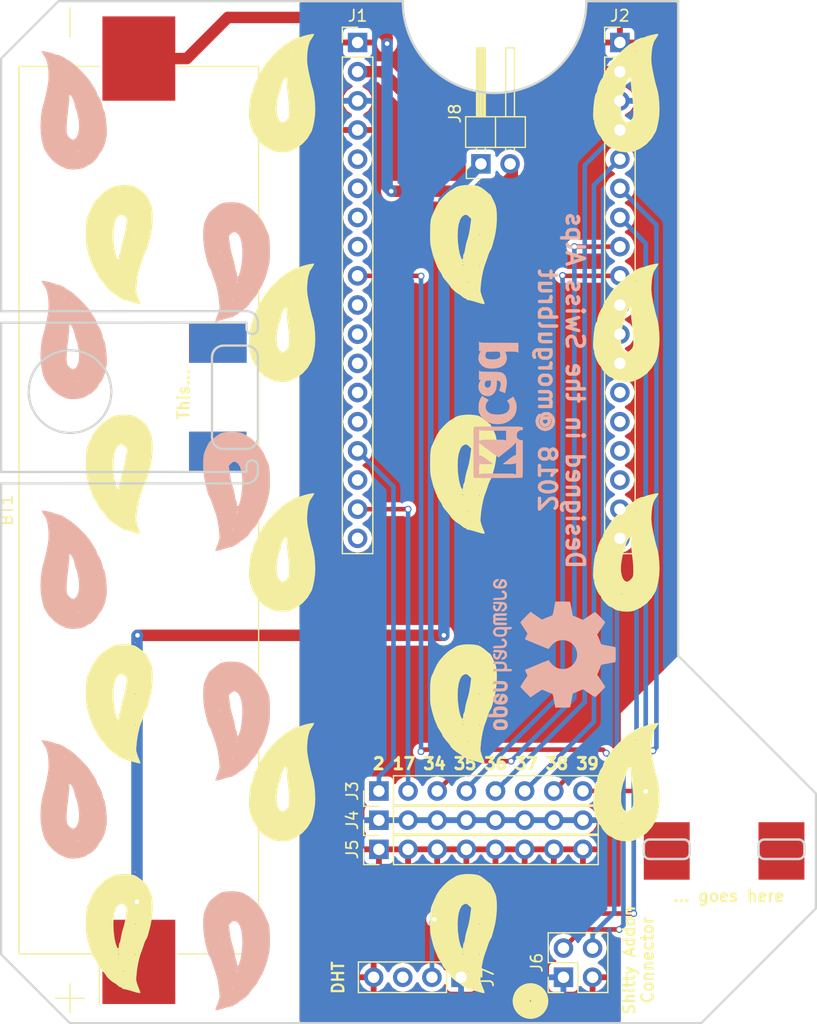
<source format=kicad_pcb>
(kicad_pcb (version 20171130) (host pcbnew "(5.1.12)-1")
  (layers (0 F.Cu signal) (31 B.Cu signal) (34 B.Paste user hide) (35 F.Paste user hide) (36 B.SilkS user hide) (37 F.SilkS user hide) (38 B.Mask user hide) (39 F.Mask user hide) (44 Edge.Cuts user))
  (net 0 "")
  (net 1 GND)
  (net 2 +5V)
  (net 3 +3V3)
  (net 4 "Net-(J1-Pad5)")
  (net 5 "Net-(J1-Pad6)")
  (net 6 "Net-(J1-Pad7)")
  (net 7 "Net-(J1-Pad8)")
  (net 8 SCL)
  (net 9 "Net-(J1-Pad10)")
  (net 10 23)
  (net 11 "Net-(J1-Pad12)")
  (net 12 "Net-(J1-Pad13)")
  (net 13 "Net-(J1-Pad14)")
  (net 14 2)
  (net 15 "Net-(J1-Pad16)")
  (net 16 17)
  (net 17 "Net-(J1-Pad18)")
  (net 18 36)
  (net 19 37)
  (net 20 38)
  (net 21 39)
  (net 22 34)
  (net 23 35)
  (net 24 "Net-(J2-Pad10)")
  (net 25 "Net-(J2-Pad11)")
  (net 26 DAC2)
  (net 27 "Net-(J2-Pad13)")
  (net 28 "Net-(J2-Pad14)")
  (net 29 "Net-(J2-Pad15)")
  (net 30 12)
  (net 31 DHT_D)
  (net 32 SDA)
  (net 33 "Net-(J7-Pad3)")
  (net 34 "Net-(BT1-Pad1)")
  (net 35 "Net-(BT1-Pad2)")
  (module Libs:gl_1 (layer F.Cu) (at 136.3 91 90)
    (fp_text reference G*** hide)
    (fp_text value LOGO hide)
  )
  (module Libs:gl_1 (layer F.Cu) (at 136.3 111 90)
    (fp_text reference G*** hide)
    (fp_text value LOGO hide)
  )
  (module Libs:gl_2 (layer F.Cu) (at 136.3 91 90)
    (fp_text reference G*** hide)
    (fp_text value LOGO hide)
  )
  (module Libs:gl_1 (layer F.Cu) (at 106.3 91 90)
    (fp_text reference G*** hide)
    (fp_text value LOGO hide)
  )
  (module Libs:gl_2 (layer F.Cu) (at 106.3 91 90)
    (fp_text reference G*** hide)
    (fp_text value LOGO hide)
  )
  (module Libs:gl_1 (layer F.Cu) (at 106.3 111 90)
    (fp_text reference G*** hide)
    (fp_text value LOGO hide)
  )
  (module Libs:gl_2 (layer F.Cu) (at 136.3 111 90)
    (fp_text reference G*** hide)
    (fp_text value LOGO hide)
  )
  (module Libs:gl_2 (layer F.Cu) (at 106.3 111 90)
    (fp_text reference G*** hide)
    (fp_text value LOGO hide)
  )
  (module Libs:gl_2 (layer F.Cu) (at 136.3 131 90)
    (fp_text reference G*** hide)
    (fp_text value LOGO hide)
  )
  (module Libs:gl_1 (layer F.Cu) (at 136.3 131 90)
    (fp_text reference G*** hide)
    (fp_text value LOGO hide)
  )
  (module Libs:gl_2 (layer F.Cu) (at 136.3 151 90)
    (fp_text reference G*** hide)
    (fp_text value LOGO hide)
  )
  (module Libs:gl_1 (layer F.Cu) (at 136.3 151 90)
    (fp_text reference G*** hide)
    (fp_text value LOGO hide)
  )
  (module Libs:gl_2 (layer F.Cu) (at 106.3 131 90)
    (fp_text reference G*** hide)
    (fp_text value LOGO hide)
  )
  (module Libs:gl_1 (layer F.Cu) (at 106.3 131 90)
    (fp_text reference G*** hide)
    (fp_text value LOGO hide)
  )
  (module Libs:gl_2 (layer B.Cu) (at 102.5 92.5 90)
    (fp_text reference G*** hide)
    (fp_text value LOGO hide)
  )
  (module Libs:gl_2 (layer B.Cu) (at 102.5 112.5 90)
    (fp_text reference G*** hide)
    (fp_text value LOGO hide)
  )
  (module Libs:gl_2 (layer B.Cu) (at 102.5 132.5 90)
    (fp_text reference G*** hide)
    (fp_text value LOGO hide)
  )
  (module Libs:gl_1 (layer B.Cu) (at 102.5 92.5 90)
    (fp_text reference G*** hide)
    (fp_text value LOGO hide)
  )
  (module Libs:gl_1 (layer B.Cu) (at 102.5 112.5 90)
    (fp_text reference G*** hide)
    (fp_text value LOGO hide)
  )
  (module Libs:gl_1 (layer B.Cu) (at 102.5 132.5 90)
    (fp_text reference G*** hide)
    (fp_text value LOGO hide)
  )
  (module Socket_Strips:Socket_Strip_Straight_1x18_Pitch2.54mm (layer F.Cu) (at 120.06 79.6)
    (fp_text reference J1 (at 0 -2.33) (layer F.SilkS))
    (fp_text value Conn_01x18_Female)
    (pad 1 thru_hole rect (at 0 0) (size 1.7 1.7) (drill 1) (layers *.Cu *.Mask) (net 1 GND))
    (pad 2 thru_hole oval (at 0 2.54) (size 1.7 1.7) (drill 1) (layers *.Cu *.Mask) (net 2 +5V))
    (pad 3 thru_hole oval (at 0 5.08) (size 1.7 1.7) (drill 1) (layers *.Cu *.Mask) (net 3 +3V3))
    (pad 4 thru_hole oval (at 0 7.62) (size 1.7 1.7) (drill 1) (layers *.Cu *.Mask) (net 1 GND))
    (pad 5 thru_hole oval (at 0 10.16) (size 1.7 1.7) (drill 1) (layers *.Cu *.Mask) (net 4 "Net-(J1-Pad5)"))
    (pad 6 thru_hole oval (at 0 12.7) (size 1.7 1.7) (drill 1) (layers *.Cu *.Mask) (net 5 "Net-(J1-Pad6)"))
    (pad 7 thru_hole oval (at 0 15.24) (size 1.7 1.7) (drill 1) (layers *.Cu *.Mask) (net 6 "Net-(J1-Pad7)"))
    (pad 8 thru_hole oval (at 0 17.78) (size 1.7 1.7) (drill 1) (layers *.Cu *.Mask) (net 7 "Net-(J1-Pad8)"))
    (pad 9 thru_hole oval (at 0 20.32) (size 1.7 1.7) (drill 1) (layers *.Cu *.Mask) (net 8 SCL))
    (pad 10 thru_hole oval (at 0 22.86) (size 1.7 1.7) (drill 1) (layers *.Cu *.Mask) (net 9 "Net-(J1-Pad10)"))
    (pad 11 thru_hole oval (at 0 25.4) (size 1.7 1.7) (drill 1) (layers *.Cu *.Mask) (net 10 23))
    (pad 12 thru_hole oval (at 0 27.94) (size 1.7 1.7) (drill 1) (layers *.Cu *.Mask) (net 11 "Net-(J1-Pad12)"))
    (pad 13 thru_hole oval (at 0 30.48) (size 1.7 1.7) (drill 1) (layers *.Cu *.Mask) (net 12 "Net-(J1-Pad13)"))
    (pad 14 thru_hole oval (at 0 33.02) (size 1.7 1.7) (drill 1) (layers *.Cu *.Mask) (net 13 "Net-(J1-Pad14)"))
    (pad 15 thru_hole oval (at 0 35.56) (size 1.7 1.7) (drill 1) (layers *.Cu *.Mask) (net 14 2))
    (pad 16 thru_hole oval (at 0 38.1) (size 1.7 1.7) (drill 1) (layers *.Cu *.Mask) (net 15 "Net-(J1-Pad16)"))
    (pad 17 thru_hole oval (at 0 40.64) (size 1.7 1.7) (drill 1) (layers *.Cu *.Mask) (net 16 17))
    (pad 18 thru_hole oval (at 0 43.18) (size 1.7 1.7) (drill 1) (layers *.Cu *.Mask) (net 17 "Net-(J1-Pad18)"))
  )
  (module Socket_Strips:Socket_Strip_Straight_1x18_Pitch2.54mm (layer F.Cu) (at 142.92 79.6)
    (fp_text reference J2 (at 0 -2.33) (layer F.SilkS))
    (fp_text value Conn_01x18_Female)
    (pad 1 thru_hole rect (at 0 0) (size 1.7 1.7) (drill 1) (layers *.Cu *.Mask) (net 1 GND))
    (pad 2 thru_hole oval (at 0 2.54) (size 1.7 1.7) (drill 1) (layers *.Cu *.Mask) (net 2 +5V))
    (pad 3 thru_hole oval (at 0 5.08) (size 1.7 1.7) (drill 1) (layers *.Cu *.Mask) (net 3 +3V3))
    (pad 4 thru_hole oval (at 0 7.62) (size 1.7 1.7) (drill 1) (layers *.Cu *.Mask) (net 18 36))
    (pad 5 thru_hole oval (at 0 10.16) (size 1.7 1.7) (drill 1) (layers *.Cu *.Mask) (net 19 37))
    (pad 6 thru_hole oval (at 0 12.7) (size 1.7 1.7) (drill 1) (layers *.Cu *.Mask) (net 20 38))
    (pad 7 thru_hole oval (at 0 15.24) (size 1.7 1.7) (drill 1) (layers *.Cu *.Mask) (net 21 39))
    (pad 8 thru_hole oval (at 0 17.78) (size 1.7 1.7) (drill 1) (layers *.Cu *.Mask) (net 22 34))
    (pad 9 thru_hole oval (at 0 20.32) (size 1.7 1.7) (drill 1) (layers *.Cu *.Mask) (net 23 35))
    (pad 10 thru_hole oval (at 0 22.86) (size 1.7 1.7) (drill 1) (layers *.Cu *.Mask) (net 24 "Net-(J2-Pad10)"))
    (pad 11 thru_hole oval (at 0 25.4) (size 1.7 1.7) (drill 1) (layers *.Cu *.Mask) (net 25 "Net-(J2-Pad11)"))
    (pad 12 thru_hole oval (at 0 27.94) (size 1.7 1.7) (drill 1) (layers *.Cu *.Mask) (net 26 DAC2))
    (pad 13 thru_hole oval (at 0 30.48) (size 1.7 1.7) (drill 1) (layers *.Cu *.Mask) (net 27 "Net-(J2-Pad13)"))
    (pad 14 thru_hole oval (at 0 33.02) (size 1.7 1.7) (drill 1) (layers *.Cu *.Mask) (net 28 "Net-(J2-Pad14)"))
    (pad 15 thru_hole oval (at 0 35.56) (size 1.7 1.7) (drill 1) (layers *.Cu *.Mask) (net 29 "Net-(J2-Pad15)"))
    (pad 16 thru_hole oval (at 0 38.1) (size 1.7 1.7) (drill 1) (layers *.Cu *.Mask) (net 30 12))
    (pad 17 thru_hole oval (at 0 40.64) (size 1.7 1.7) (drill 1) (layers *.Cu *.Mask) (net 31 DHT_D))
    (pad 18 thru_hole oval (at 0 43.18) (size 1.7 1.7) (drill 1) (layers *.Cu *.Mask) (net 32 SDA))
  )
  (module Pin_Headers:Pin_Header_Straight_1x08_Pitch2.54mm (layer F.Cu) (at 121.92 144.78 90)
    (fp_text reference J3 (at 0 -2.33 90) (layer F.SilkS))
    (fp_text value Conn_01x08)
    (pad 1 thru_hole rect (at 0 0 90) (size 1.7 1.7) (drill 1) (layers *.Cu *.Mask) (net 14 2))
    (pad 2 thru_hole oval (at 0 2.54 90) (size 1.7 1.7) (drill 1) (layers *.Cu *.Mask) (net 16 17))
    (pad 3 thru_hole oval (at 0 5.08 90) (size 1.7 1.7) (drill 1) (layers *.Cu *.Mask) (net 22 34))
    (pad 4 thru_hole oval (at 0 7.62 90) (size 1.7 1.7) (drill 1) (layers *.Cu *.Mask) (net 23 35))
    (pad 5 thru_hole oval (at 0 10.16 90) (size 1.7 1.7) (drill 1) (layers *.Cu *.Mask) (net 18 36))
    (pad 6 thru_hole oval (at 0 12.7 90) (size 1.7 1.7) (drill 1) (layers *.Cu *.Mask) (net 19 37))
    (pad 7 thru_hole oval (at 0 15.24 90) (size 1.7 1.7) (drill 1) (layers *.Cu *.Mask) (net 20 38))
    (pad 8 thru_hole oval (at 0 17.78 90) (size 1.7 1.7) (drill 1) (layers *.Cu *.Mask) (net 21 39))
  )
  (module Pin_Headers:Pin_Header_Straight_1x08_Pitch2.54mm (layer F.Cu) (at 121.92 147.32 90)
    (fp_text reference J4 (at 0 -2.33 90) (layer F.SilkS))
    (fp_text value Conn_01x08)
    (pad 1 thru_hole rect (at 0 0 90) (size 1.7 1.7) (drill 1) (layers *.Cu *.Mask) (net 3 +3V3))
    (pad 2 thru_hole oval (at 0 2.54 90) (size 1.7 1.7) (drill 1) (layers *.Cu *.Mask) (net 3 +3V3))
    (pad 3 thru_hole oval (at 0 5.08 90) (size 1.7 1.7) (drill 1) (layers *.Cu *.Mask) (net 3 +3V3))
    (pad 4 thru_hole oval (at 0 7.62 90) (size 1.7 1.7) (drill 1) (layers *.Cu *.Mask) (net 3 +3V3))
    (pad 5 thru_hole oval (at 0 10.16 90) (size 1.7 1.7) (drill 1) (layers *.Cu *.Mask) (net 3 +3V3))
    (pad 6 thru_hole oval (at 0 12.7 90) (size 1.7 1.7) (drill 1) (layers *.Cu *.Mask) (net 3 +3V3))
    (pad 7 thru_hole oval (at 0 15.24 90) (size 1.7 1.7) (drill 1) (layers *.Cu *.Mask) (net 3 +3V3))
    (pad 8 thru_hole oval (at 0 17.78 90) (size 1.7 1.7) (drill 1) (layers *.Cu *.Mask) (net 3 +3V3))
  )
  (module Pin_Headers:Pin_Header_Straight_1x08_Pitch2.54mm (layer F.Cu) (at 121.92 149.86 90)
    (fp_text reference J5 (at 0 -2.33 90) (layer F.SilkS))
    (fp_text value Conn_01x08)
    (pad 1 thru_hole rect (at 0 0 90) (size 1.7 1.7) (drill 1) (layers *.Cu *.Mask) (net 1 GND))
    (pad 2 thru_hole oval (at 0 2.54 90) (size 1.7 1.7) (drill 1) (layers *.Cu *.Mask) (net 1 GND))
    (pad 3 thru_hole oval (at 0 5.08 90) (size 1.7 1.7) (drill 1) (layers *.Cu *.Mask) (net 1 GND))
    (pad 4 thru_hole oval (at 0 7.62 90) (size 1.7 1.7) (drill 1) (layers *.Cu *.Mask) (net 1 GND))
    (pad 5 thru_hole oval (at 0 10.16 90) (size 1.7 1.7) (drill 1) (layers *.Cu *.Mask) (net 1 GND))
    (pad 6 thru_hole oval (at 0 12.7 90) (size 1.7 1.7) (drill 1) (layers *.Cu *.Mask) (net 1 GND))
    (pad 7 thru_hole oval (at 0 15.24 90) (size 1.7 1.7) (drill 1) (layers *.Cu *.Mask) (net 1 GND))
    (pad 8 thru_hole oval (at 0 17.78 90) (size 1.7 1.7) (drill 1) (layers *.Cu *.Mask) (net 1 GND))
  )
  (module Pin_Headers:Pin_Header_Straight_2x02_Pitch2.54mm (layer F.Cu) (at 138 161 90)
    (fp_text reference J6 (at 1.27 -2.33 90) (layer F.SilkS))
    (fp_text value Conn_02x02_Top_Bottom)
    (pad 1 thru_hole rect (at 0 0 90) (size 1.7 1.7) (drill 1) (layers *.Cu *.Mask) (net 3 +3V3))
    (pad 2 thru_hole oval (at 2.54 0 90) (size 1.7 1.7) (drill 1) (layers *.Cu *.Mask) (net 32 SDA))
    (pad 3 thru_hole oval (at 0 2.54 90) (size 1.7 1.7) (drill 1) (layers *.Cu *.Mask) (net 1 GND))
    (pad 4 thru_hole oval (at 2.54 2.54 90) (size 1.7 1.7) (drill 1) (layers *.Cu *.Mask) (net 8 SCL))
  )
  (module Pin_Headers:Pin_Header_Straight_1x04_Pitch2.54mm (layer F.Cu) (at 129.08 161 270)
    (fp_text reference J7 (at 0 -2.33 270) (layer F.SilkS))
    (fp_text value Conn_01x04)
    (pad 1 thru_hole rect (at 0 0 270) (size 1.7 1.7) (drill 1) (layers *.Cu *.Mask) (net 3 +3V3))
    (pad 2 thru_hole oval (at 0 2.54 270) (size 1.7 1.7) (drill 1) (layers *.Cu *.Mask) (net 31 DHT_D))
    (pad 3 thru_hole oval (at 0 5.08 270) (size 1.7 1.7) (drill 1) (layers *.Cu *.Mask) (net 33 "Net-(J7-Pad3)"))
    (pad 4 thru_hole oval (at 0 7.62 270) (size 1.7 1.7) (drill 1) (layers *.Cu *.Mask) (net 1 GND))
  )
  (module Battery_Holders:Keystone_1042_1x18650 (layer F.Cu) (at 101 120.33 90)
    (fp_text reference BT1 (at 0 -11.5 90) (layer F.SilkS))
    (fp_text value Battery_Cell)
    (pad 1 smd rect (at -39.33 0 90) (size 7.34 6.35) (layers F.Cu F.Paste F.Mask) (net 34 "Net-(BT1-Pad1)"))
    (pad 2 smd rect (at 39.33 0 90) (size 7.34 6.35) (layers F.Cu F.Paste F.Mask) (net 35 "Net-(BT1-Pad2)"))
    (pad "" np_thru_hole circle (at 27.6 -8 90) (size 3.45 3.45) (drill 3.45) (layers *.Cu *.Mask))
    (pad "" np_thru_hole circle (at -27.6 8 90) (size 3.45 3.45) (drill 3.45) (layers *.Cu *.Mask))
    (pad "" np_thru_hole circle (at -35.93 -8 90) (size 2.39 2.39) (drill 2.39) (layers *.Cu *.Mask))
  )
  (module Pin_Headers:Pin_Header_Angled_1x02_Pitch2.54mm (layer F.Cu) (at 130.81 90.17 90)
    (fp_text reference J8 (at 4.385 -2.27 90) (layer F.SilkS))
    (fp_text value Conn_01x02)
    (pad 1 thru_hole rect (at 0 0 90) (size 1.7 1.7) (drill 1) (layers *.Cu *.Mask) (net 34 "Net-(BT1-Pad1)"))
    (pad 2 thru_hole oval (at 0 2.54 90) (size 1.7 1.7) (drill 1) (layers *.Cu *.Mask) (net 35 "Net-(BT1-Pad2)"))
  )
  (module Symbols:OSHW-Logo2_14.6x12mm_SilkScreen (layer B.Cu) (at 137 132.9 90)
    (fp_text reference REF*** hide)
    (fp_text value OSHW-Logo2_14.6x12mm_SilkScreen hide)
  )
  (module Symbols:Symbol_KiCAD-Logo_CopperAndSilkScreenTop (layer B.Cu) (at 132.5 111.6 90)
    (fp_text reference REF** hide)
    (fp_text value "KiCAD Logo" hide)
  )
  (module Libs:gl_1 (layer B.Cu) (at 102.5 152.5 90)
    (fp_text reference G*** hide)
    (fp_text value LOGO hide)
  )
  (module Libs:gl_2 (layer B.Cu) (at 102.5 152.5 90)
    (fp_text reference G*** hide)
    (fp_text value LOGO hide)
  )
  (module Libs:gl_2 (layer F.Cu) (at 106.3 151 90)
    (fp_text reference G*** hide)
    (fp_text value LOGO hide)
  )
  (module Libs:gl_1 (layer F.Cu) (at 106.3 151 90)
    (fp_text reference G*** hide)
    (fp_text value LOGO hide)
  )
  (gr_text "... goes here" (at 152.4 153.924) (layer F.SilkS) (effects (font (size 1 1) (thickness 0.2))))
  (gr_text This... (at 104.902 110.236 90) (layer F.SilkS) (effects (font (size 1 1) (thickness 0.2))))
  (gr_text DHT (at 118.364 161.036 90) (layer F.SilkS) (effects (font (size 1 1) (thickness 0.2))))
  (gr_text "Shitty Addon\nConnector" (at 144.526 159.512 90) (layer F.SilkS) (effects (font (size 1 1) (thickness 0.2))))
  (gr_circle (center 135.128 163.068) (end 135.89 163.322) (layer F.SilkS) (width 1.5))
  (gr_text "Designed in the Swiss Alps\n2018 @morgulbrut" (at 137.8 109.9 270) (layer B.SilkS) (effects (font (size 1.5 1.5) (thickness 0.3)) (justify mirror)))
  (gr_text "2 17 34 35 36 37 38 39" (at 131.2418 142.4051) (layer F.SilkS) (effects (font (size 1 1) (thickness 0.25))))
  (gr_arc (start 132 76) (end 140 76) (angle 180) (layer Edge.Cuts) (width 0.2))
  (gr_line (start 89 103) (end 89 81) (layer Edge.Cuts) (width 0.2))
  (gr_line (start 148 76) (end 140 76) (layer Edge.Cuts) (width 0.2))
  (gr_line (start 148 133) (end 148 76) (layer Edge.Cuts) (width 0.2))
  (gr_line (start 160 145) (end 148 133) (layer Edge.Cuts) (width 0.2))
  (gr_line (start 160 155) (end 160 145) (layer Edge.Cuts) (width 0.2))
  (gr_line (start 150 165) (end 160 155) (layer Edge.Cuts) (width 0.2))
  (gr_line (start 95 165) (end 150 165) (layer Edge.Cuts) (width 0.2))
  (gr_line (start 89 159) (end 95 165) (layer Edge.Cuts) (width 0.2))
  (gr_line (start 89 118) (end 89 159) (layer Edge.Cuts) (width 0.2))
  (gr_line (start 94 76) (end 89 81) (layer Edge.Cuts) (width 0.2))
  (gr_line (start 124 76) (end 94 76) (layer Edge.Cuts) (width 0.2))
  (gr_circle (center 95 110) (end 98.6 110) (layer Edge.Cuts) (width 0.2))
  (gr_line (start 155 149.5) (end 155 150.2) (layer Edge.Cuts) (width 0.2))
  (gr_arc (start 155.5 150.2) (end 155.5 150.7) (angle 90) (layer Edge.Cuts) (width 0.2))
  (gr_arc (start 155.5 149.5) (end 155 149.5) (angle 90) (layer Edge.Cuts) (width 0.2))
  (gr_line (start 149 149.5) (end 149 150.2) (layer Edge.Cuts) (width 0.2))
  (gr_arc (start 148.5 150.2) (end 149 150.2) (angle 90) (layer Edge.Cuts) (width 0.2))
  (gr_arc (start 148.5 149.5) (end 148.5 149) (angle 90) (layer Edge.Cuts) (width 0.2))
  (gr_line (start 145 149.5) (end 145 150.2) (layer Edge.Cuts) (width 0.2))
  (gr_arc (start 145.5 150.2) (end 145.5 150.7) (angle 90) (layer Edge.Cuts) (width 0.2))
  (gr_arc (start 145.5 149.5) (end 145 149.5) (angle 90) (layer Edge.Cuts) (width 0.2))
  (gr_line (start 159 149.5) (end 159 150.2) (layer Edge.Cuts) (width 0.2))
  (gr_arc (start 158.5 150.2) (end 159 150.2) (angle 90) (layer Edge.Cuts) (width 0.2))
  (gr_arc (start 158.5 149.5) (end 158.5 149) (angle 90) (layer Edge.Cuts) (width 0.2))
  (gr_line (start 145.5 150.7) (end 148.5 150.7) (layer Edge.Cuts) (width 0.2))
  (gr_line (start 145.5 149) (end 148.5 149) (layer Edge.Cuts) (width 0.2))
  (gr_line (start 155.5 150.7) (end 158.5 150.7) (layer Edge.Cuts) (width 0.2))
  (gr_line (start 155.5 149) (end 158.5 149) (layer Edge.Cuts) (width 0.2))
  (gr_line (start 110.373969 116.491801) (end 110.373969 116.991801) (layer Edge.Cuts) (width 0.2))
  (gr_line (start 111.373969 116.491801) (end 111.373969 116.991801) (layer Edge.Cuts) (width 0.2))
  (gr_line (start 110.373969 103.991801) (end 110.373969 104.491801) (layer Edge.Cuts) (width 0.2))
  (gr_line (start 111.373969 103.991801) (end 111.373969 104.491801) (layer Edge.Cuts) (width 0.2))
  (gr_line (start 110.373969 105.991801) (end 108.373969 105.991801) (layer Edge.Cuts) (width 0.2))
  (gr_line (start 110.373969 114.991801) (end 108.373969 114.991801) (layer Edge.Cuts) (width 0.2))
  (gr_arc (start 110.373969 106.991801) (end 110.373969 105.991801) (angle 89.9) (layer Edge.Cuts) (width 0.2))
  (gr_arc (start 108.373969 106.991801) (end 107.373969 106.991801) (angle 90) (layer Edge.Cuts) (width 0.2))
  (gr_arc (start 108.373969 113.991801) (end 108.373969 114.991801) (angle 90) (layer Edge.Cuts) (width 0.2))
  (gr_arc (start 110.373969 113.991801) (end 111.373969 113.991801) (angle 90) (layer Edge.Cuts) (width 0.2))
  (gr_line (start 89 104) (end 89 117) (layer Edge.Cuts) (width 0.2))
  (gr_line (start 107.373969 113.991801) (end 107.373969 106.991801) (layer Edge.Cuts) (width 0.2))
  (gr_line (start 111.373969 106.991801) (end 111.373969 113.991801) (layer Edge.Cuts) (width 0.2))
  (gr_arc (start 110.873969 116.491801) (end 110.373969 116.491801) (angle 180) (layer Edge.Cuts) (width 0.2))
  (gr_arc (start 110.873969 104.491801) (end 111.373969 104.491801) (angle 180) (layer Edge.Cuts) (width 0.2))
  (gr_line (start 89 117) (end 110.373969 116.991801) (layer Edge.Cuts) (width 0.2))
  (gr_line (start 110.373969 103.991801) (end 89 104) (layer Edge.Cuts) (width 0.2))
  (gr_arc (start 110.373969 103.991801) (end 110.373969 102.991801) (angle 89.9) (layer Edge.Cuts) (width 0.2))
  (gr_arc (start 110.373969 116.991801) (end 111.373969 116.991801) (angle 90) (layer Edge.Cuts) (width 0.2))
  (gr_line (start 89 118) (end 110.373969 117.991801) (layer Edge.Cuts) (width 0.2))
  (gr_line (start 89 103) (end 110.373969 102.991801) (layer Edge.Cuts) (width 0.2))
  (segment (start 120.06 82.14) (end 122.224797 82.14) (width 1) (layer F.Cu) (net 2))
  (segment (start 122.224797 82.14) (end 126.928469 86.843672) (width 1) (layer F.Cu) (net 2))
  (segment (start 126.928469 86.843672) (end 136.640615 86.843672) (width 1) (layer F.Cu) (net 2))
  (segment (start 136.640615 86.843672) (end 141.344287 82.14) (width 1) (layer F.Cu) (net 2))
  (segment (start 141.344287 82.14) (end 142.92 82.14) (width 1) (layer F.Cu) (net 2))
  (segment (start 140.54 158.46) (end 140.54 157.257919) (width 0.4) (layer B.Cu) (net 8))
  (segment (start 142.427806 155.370113) (end 142.427806 142.173806) (width 0.4) (layer B.Cu) (net 8))
  (segment (start 142.427806 142.173806) (end 141.732 141.478) (width 0.4) (layer B.Cu) (net 8))
  (segment (start 140.54 157.257919) (end 142.427806 155.370113) (width 0.4) (layer B.Cu) (net 8))
  (segment (start 120.06 99.92) (end 125.563688 99.92) (width 0.4) (layer F.Cu) (net 8))
  (via (at 125.589533 99.945845) (size 0.6) (drill 0.4) (layers F.Cu B.Cu) (net 8))
  (segment (start 125.563688 99.92) (end 125.589533 99.945845) (width 0.4) (layer F.Cu) (net 8))
  (segment (start 125.563688 99.92) (end 125.589533 99.945845) (width 0.4) (layer B.Cu) (net 8))
  (segment (start 125.589533 99.945845) (end 125.589533 140.922128) (width 0.4) (layer B.Cu) (net 8))
  (segment (start 125.589533 140.922128) (end 125.589533 141.346392) (width 0.4) (layer B.Cu) (net 8))
  (segment (start 125.757924 141.178001) (end 125.589533 141.346392) (width 0.4) (layer F.Cu) (net 8))
  (segment (start 141.432001 141.178001) (end 125.757924 141.178001) (width 0.4) (layer F.Cu) (net 8))
  (segment (start 141.732 141.478) (end 141.432001 141.178001) (width 0.4) (layer F.Cu) (net 8))
  (via (at 125.589533 141.346392) (size 0.6) (drill 0.4) (layers F.Cu B.Cu) (net 8))
  (via (at 141.732 141.478) (size 0.6) (drill 0.4) (layers F.Cu B.Cu) (net 8))
  (segment (start 123.19 142.26) (end 123.19 118.29) (width 0.4) (layer B.Cu) (net 14))
  (segment (start 123.19 118.29) (end 120.06 115.16) (width 0.4) (layer B.Cu) (net 14))
  (segment (start 121.92 144.78) (end 121.92 143.53) (width 0.4) (layer B.Cu) (net 14))
  (segment (start 121.92 143.53) (end 123.19 142.26) (width 0.4) (layer B.Cu) (net 14))
  (segment (start 120.06 120.24) (end 124.46 120.24) (width 0.4) (layer F.Cu) (net 16))
  (via (at 124.46 120.24) (size 0.6) (drill 0.4) (layers F.Cu B.Cu) (net 16))
  (segment (start 124.46 144.78) (end 124.46 120.24) (width 0.4) (layer B.Cu) (net 16))
  (segment (start 132.08 144.78) (end 132.929999 143.930001) (width 0.4) (layer B.Cu) (net 18))
  (segment (start 139.854598 90.285402) (end 142.070001 88.069999) (width 0.4) (layer B.Cu) (net 18))
  (segment (start 132.963497 143.930001) (end 139.854598 137.0389) (width 0.4) (layer B.Cu) (net 18))
  (segment (start 132.929999 143.930001) (end 132.963497 143.930001) (width 0.4) (layer B.Cu) (net 18))
  (segment (start 139.854598 137.0389) (end 139.854598 90.285402) (width 0.4) (layer B.Cu) (net 18))
  (segment (start 142.070001 88.069999) (end 142.92 87.22) (width 0.4) (layer B.Cu) (net 18))
  (segment (start 140.654609 92.025391) (end 140.654609 138.745391) (width 0.4) (layer B.Cu) (net 19))
  (segment (start 142.92 89.76) (end 140.654609 92.025391) (width 0.4) (layer B.Cu) (net 19))
  (segment (start 135.469999 143.930001) (end 134.62 144.78) (width 0.4) (layer B.Cu) (net 19))
  (segment (start 140.654609 138.745391) (end 135.469999 143.930001) (width 0.4) (layer B.Cu) (net 19))
  (segment (start 146.102157 140.967884) (end 145.802158 141.267883) (width 0.4) (layer B.Cu) (net 20))
  (segment (start 146.102157 95.482157) (end 146.102157 140.967884) (width 0.4) (layer B.Cu) (net 20))
  (segment (start 142.92 92.3) (end 146.102157 95.482157) (width 0.4) (layer B.Cu) (net 20))
  (segment (start 145.502159 141.567882) (end 145.802158 141.267883) (width 0.4) (layer F.Cu) (net 20))
  (segment (start 139.462891 142.477109) (end 144.592932 142.477109) (width 0.4) (layer F.Cu) (net 20))
  (segment (start 137.16 144.78) (end 139.462891 142.477109) (width 0.4) (layer F.Cu) (net 20))
  (via (at 145.802158 141.267883) (size 0.6) (drill 0.4) (layers F.Cu B.Cu) (net 20))
  (segment (start 144.592932 142.477109) (end 145.502159 141.567882) (width 0.4) (layer F.Cu) (net 20))
  (segment (start 145.163802 141.990838) (end 145.163802 144.389535) (width 0.4) (layer B.Cu) (net 21))
  (segment (start 145.170012 97.090012) (end 145.170012 140.597336) (width 0.4) (layer B.Cu) (net 21))
  (segment (start 142.92 94.84) (end 145.170012 97.090012) (width 0.4) (layer B.Cu) (net 21))
  (segment (start 144.902157 140.865191) (end 144.902157 141.729193) (width 0.4) (layer B.Cu) (net 21))
  (segment (start 144.902157 141.729193) (end 145.163802 141.990838) (width 0.4) (layer B.Cu) (net 21))
  (segment (start 145.163802 144.389535) (end 145.163802 144.813799) (width 0.4) (layer B.Cu) (net 21))
  (segment (start 145.170012 140.597336) (end 144.902157 140.865191) (width 0.4) (layer B.Cu) (net 21))
  (segment (start 145.130003 144.78) (end 145.163802 144.813799) (width 0.4) (layer F.Cu) (net 21))
  (segment (start 139.7 144.78) (end 145.130003 144.78) (width 0.4) (layer F.Cu) (net 21))
  (via (at 145.163802 144.813799) (size 0.6) (drill 0.4) (layers F.Cu B.Cu) (net 21))
  (segment (start 133.738559 141.882131) (end 133.43856 142.18213) (width 0.4) (layer B.Cu) (net 22))
  (segment (start 138.954588 136.666102) (end 133.738559 141.882131) (width 0.4) (layer B.Cu) (net 22))
  (segment (start 133.014296 142.18213) (end 133.43856 142.18213) (width 0.4) (layer F.Cu) (net 22))
  (segment (start 129.59787 142.18213) (end 133.014296 142.18213) (width 0.4) (layer F.Cu) (net 22))
  (segment (start 127 144.78) (end 129.59787 142.18213) (width 0.4) (layer F.Cu) (net 22))
  (via (at 133.43856 142.18213) (size 0.6) (drill 0.4) (layers F.Cu B.Cu) (net 22))
  (segment (start 138.954588 97.372364) (end 138.954588 136.666102) (width 0.4) (layer B.Cu) (net 22))
  (segment (start 142.92 97.38) (end 138.962224 97.38) (width 0.4) (layer F.Cu) (net 22))
  (via (at 138.954588 97.372364) (size 0.6) (drill 0.4) (layers F.Cu B.Cu) (net 22))
  (segment (start 138.962224 97.38) (end 138.954588 97.372364) (width 0.4) (layer F.Cu) (net 22))
  (segment (start 129.54 144.592448) (end 137.92756 136.204888) (width 0.4) (layer B.Cu) (net 23))
  (segment (start 137.92756 136.204888) (end 137.92756 100.320988) (width 0.4) (layer B.Cu) (net 23))
  (segment (start 137.92289 100.316318) (end 137.92289 99.892054) (width 0.4) (layer B.Cu) (net 23))
  (segment (start 137.92756 100.320988) (end 137.92289 100.316318) (width 0.4) (layer B.Cu) (net 23))
  (segment (start 129.54 144.78) (end 129.54 144.592448) (width 0.4) (layer B.Cu) (net 23))
  (segment (start 137.950836 99.92) (end 137.92289 99.892054) (width 0.4) (layer F.Cu) (net 23))
  (via (at 137.92289 99.892054) (size 0.6) (drill 0.4) (layers F.Cu B.Cu) (net 23))
  (segment (start 142.92 99.92) (end 137.950836 99.92) (width 0.4) (layer F.Cu) (net 23))
  (segment (start 142.92 120.24) (end 144.370001 121.690001) (width 0.4) (layer B.Cu) (net 31))
  (segment (start 144.127827 155.023736) (end 144.127827 155.448) (width 0.4) (layer B.Cu) (net 31))
  (segment (start 144.370001 121.690001) (end 144.370001 140.265961) (width 0.4) (layer B.Cu) (net 31))
  (segment (start 144.370001 140.265961) (end 144.102146 140.533816) (width 0.4) (layer B.Cu) (net 31))
  (segment (start 144.102146 140.533816) (end 144.102146 142.104532) (width 0.4) (layer B.Cu) (net 31))
  (segment (start 144.102146 142.104532) (end 144.127827 142.130213) (width 0.4) (layer B.Cu) (net 31))
  (segment (start 144.127827 142.130213) (end 144.127827 155.023736) (width 0.4) (layer B.Cu) (net 31))
  (segment (start 126.746 155.956) (end 127.254 155.448) (width 0.4) (layer F.Cu) (net 31))
  (segment (start 143.703563 155.448) (end 144.127827 155.448) (width 0.4) (layer F.Cu) (net 31))
  (via (at 144.127827 155.448) (size 0.6) (drill 0.4) (layers F.Cu B.Cu) (net 31))
  (segment (start 127.254 155.448) (end 143.703563 155.448) (width 0.4) (layer F.Cu) (net 31))
  (segment (start 126.54 161) (end 126.54 156.162) (width 0.4) (layer B.Cu) (net 31))
  (segment (start 126.54 156.162) (end 126.746 155.956) (width 0.4) (layer B.Cu) (net 31))
  (via (at 126.746 155.956) (size 0.6) (drill 0.4) (layers F.Cu B.Cu) (net 31))
  (segment (start 142.92 122.78) (end 142.657303 123.042697) (width 0.4) (layer B.Cu) (net 32))
  (segment (start 143.227817 141.842431) (end 143.227817 156.466883) (width 0.4) (layer B.Cu) (net 32))
  (segment (start 142.657303 123.042697) (end 142.657303 141.271917) (width 0.4) (layer B.Cu) (net 32))
  (segment (start 142.657303 141.271917) (end 143.227817 141.842431) (width 0.4) (layer B.Cu) (net 32))
  (segment (start 143.227817 156.466883) (end 143.158526 156.536174) (width 0.4) (layer B.Cu) (net 32))
  (segment (start 143.158526 156.536174) (end 142.858527 156.836173) (width 0.4) (layer B.Cu) (net 32))
  (segment (start 142.434263 156.836173) (end 142.858527 156.836173) (width 0.4) (layer F.Cu) (net 32))
  (segment (start 139.623827 156.836173) (end 142.434263 156.836173) (width 0.4) (layer F.Cu) (net 32))
  (segment (start 138 158.46) (end 139.623827 156.836173) (width 0.4) (layer F.Cu) (net 32))
  (via (at 142.858527 156.836173) (size 0.6) (drill 0.4) (layers F.Cu B.Cu) (net 32))
  (segment (start 100.838 131.267782) (end 100.883814 131.221968) (width 1) (layer B.Cu) (net 34))
  (segment (start 100.838 154.432) (end 100.838 131.267782) (width 1) (layer B.Cu) (net 34))
  (segment (start 100.884907 131.223061) (end 100.883814 131.221968) (width 1) (layer F.Cu) (net 34))
  (segment (start 127.579147 131.223061) (end 100.884907 131.223061) (width 1) (layer F.Cu) (net 34))
  (via (at 100.883814 131.221968) (size 0.6) (drill 0.4) (layers F.Cu B.Cu) (net 34))
  (segment (start 127.579147 130.798797) (end 127.579147 131.223061) (width 1) (layer B.Cu) (net 34))
  (segment (start 127.579147 93.420853) (end 127.579147 130.798797) (width 1) (layer B.Cu) (net 34))
  (segment (start 131 90) (end 127.579147 93.420853) (width 1) (layer B.Cu) (net 34))
  (via (at 127.579147 131.223061) (size 0.6) (drill 0.4) (layers F.Cu B.Cu) (net 34))
  (segment (start 100.838 154.432) (end 100.838 159.498) (width 1) (layer F.Cu) (net 34))
  (segment (start 100.838 159.498) (end 101 159.66) (width 1) (layer F.Cu) (net 34))
  (via (at 100.838 154.432) (size 0.6) (drill 0.4) (layers F.Cu B.Cu) (net 34))
  (segment (start 101 81) (end 105.175 81) (width 1) (layer F.Cu) (net 35))
  (segment (start 105.175 81) (end 108.753669 77.421331) (width 1) (layer F.Cu) (net 35))
  (segment (start 108.753669 77.421331) (end 120.875283 77.421331) (width 1) (layer F.Cu) (net 35))
  (segment (start 120.875283 77.421331) (end 122.63153 79.177578) (width 1) (layer F.Cu) (net 35))
  (segment (start 122.63153 79.177578) (end 122.63153 79.272385) (width 1) (layer F.Cu) (net 35))
  (segment (start 122.63153 79.272385) (end 122.63153 79.696649) (width 1) (layer F.Cu) (net 35))
  (segment (start 122.63153 92.18624) (end 122.63153 80.120913) (width 1) (layer B.Cu) (net 35))
  (segment (start 122.99545 92.55016) (end 122.63153 92.18624) (width 1) (layer B.Cu) (net 35))
  (segment (start 122.63153 80.120913) (end 122.63153 79.696649) (width 1) (layer B.Cu) (net 35))
  (via (at 122.63153 79.696649) (size 0.6) (drill 0.4) (layers F.Cu B.Cu) (net 35))
  (segment (start 122.99545 92.55016) (end 132.191921 92.55016) (width 1) (layer F.Cu) (net 35))
  (segment (start 132.191921 92.55016) (end 133.54 91.202081) (width 1) (layer F.Cu) (net 35))
  (segment (start 133.54 91.202081) (end 133.54 90) (width 1) (layer F.Cu) (net 35))
  (via (at 122.99545 92.55016) (size 0.6) (drill 0.4) (layers F.Cu B.Cu) (net 35))
  (zone (net 0) (net_name "") (layer F.Cu) (connect_pads yes (clearance 0)) (min_thickness 0.05) (fill yes (arc_segments 16) (thermal_gap 0.06) (thermal_bridge_width 0.06))
    (polygon (pts (xy 110.373969 107.491801) (xy 105.373969 107.491801) (xy 105.373969 103.991801) (xy 109.873969 103.991801) (xy 110.373969 103.991801) (xy 110.373969 105.991801)))
  )
  (zone (net 0) (net_name "") (layer F.Cu) (connect_pads yes (clearance 0)) (min_thickness 0.05) (fill yes (mode segment) (arc_segments 16) (thermal_gap 0.06) (thermal_bridge_width 0.06))
    (polygon (pts (xy 110.373969 116.991801) (xy 105.373969 116.991801) (xy 105.373969 113.491801) (xy 109.873969 113.491801) (xy 110.373969 113.491801) (xy 110.373969 115.491801)))
  )
  (zone (net 0) (net_name "") (layer B.Cu) (connect_pads yes (clearance 0)) (min_thickness 0.05) (fill yes (arc_segments 16) (thermal_gap 0.06) (thermal_bridge_width 0.06))
    (polygon (pts (xy 110.401241 107.491801) (xy 105.401241 107.491801) (xy 105.401241 103.991801) (xy 109.901241 103.991801) (xy 110.401241 103.991801) (xy 110.401241 105.991801)))
  )
  (zone (net 0) (net_name "") (layer B.Cu) (connect_pads yes (clearance 0)) (min_thickness 0.05) (fill yes (arc_segments 16) (thermal_gap 0.06) (thermal_bridge_width 0.06))
    (polygon (pts (xy 110.373969 116.991801) (xy 105.373969 116.991801) (xy 105.373969 113.491801) (xy 109.873969 113.491801) (xy 110.373969 113.491801) (xy 110.373969 115.491801)))
  )
  (zone (net 0) (net_name "") (layer F.Cu) (connect_pads yes (clearance 0)) (min_thickness 0.05) (fill yes (arc_segments 16) (thermal_gap 0.06) (thermal_bridge_width 0.06))
    (polygon (pts (xy 149 147.5) (xy 149 152.5) (xy 145 152.5) (xy 145 147.5)))
  )
  (zone (net 0) (net_name "") (layer F.Cu) (connect_pads yes (clearance 0)) (min_thickness 0.05) (fill yes (arc_segments 16) (thermal_gap 0.06) (thermal_bridge_width 0.06))
    (polygon (pts (xy 159 147.5) (xy 159 152.5) (xy 155 152.5) (xy 155 147.5)))
  )
  (zone (net 3) (net_name +3V3) (layer B.Cu) (connect_pads (clearance 0)) (min_thickness 0.254) (fill yes (arc_segments 16) (thermal_gap 0.508) (thermal_bridge_width 0.508))
    (polygon (pts (xy 115 76) (xy 148 76) (xy 148 133) (xy 143 138) (xy 143 165) (xy 115 165)))
  )
  (zone (net 1) (net_name GND) (layer F.Cu) (connect_pads (clearance 0)) (min_thickness 0.254) (fill yes (arc_segments 16) (thermal_gap 0.508) (thermal_bridge_width 0.508))
    (polygon (pts (xy 148 133) (xy 143 138) (xy 143 165) (xy 115 165) (xy 115 76) (xy 124 76) (xy 148 76)))
  )
)
</source>
